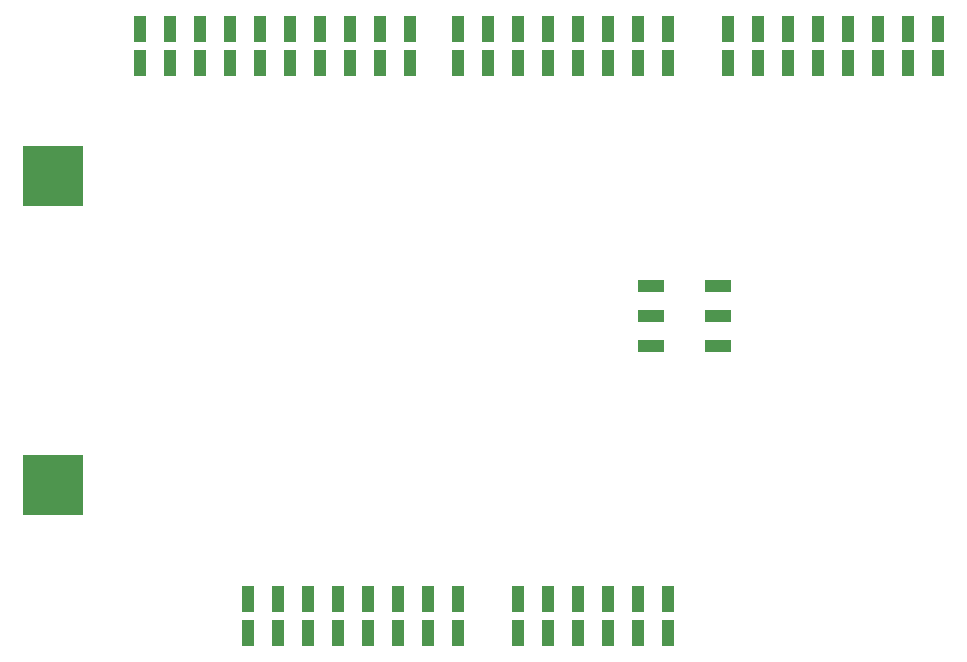
<source format=gbp>
G04 Layer_Color=128*
%FSLAX24Y24*%
%MOIN*%
G70*
G01*
G75*
%ADD49R,0.0402X0.0862*%
%ADD76R,0.2000X0.2000*%
%ADD77R,0.0874X0.0402*%
D49*
X16400Y10077D02*
D03*
X15400D02*
D03*
X13400D02*
D03*
X12400D02*
D03*
X14400D02*
D03*
X16400Y8923D02*
D03*
X15400D02*
D03*
X13400D02*
D03*
X12400D02*
D03*
X14400D02*
D03*
X11400Y10077D02*
D03*
X10400D02*
D03*
X8400D02*
D03*
X7400D02*
D03*
X9400D02*
D03*
X10400Y8923D02*
D03*
X9400D02*
D03*
X11400D02*
D03*
X7400D02*
D03*
X8400D02*
D03*
X25000Y-8923D02*
D03*
X24000D02*
D03*
X22000D02*
D03*
X23000D02*
D03*
X24000Y-10077D02*
D03*
X25000D02*
D03*
X22000D02*
D03*
X23000D02*
D03*
X21000Y-8923D02*
D03*
X20000D02*
D03*
X21000Y-10077D02*
D03*
X20000D02*
D03*
X19000Y10077D02*
D03*
Y8923D02*
D03*
X18000Y10077D02*
D03*
Y8923D02*
D03*
X24000Y10077D02*
D03*
Y8923D02*
D03*
X23000D02*
D03*
Y10077D02*
D03*
X22000Y8923D02*
D03*
Y10077D02*
D03*
X20000Y8923D02*
D03*
Y10077D02*
D03*
X21000Y8923D02*
D03*
Y10077D02*
D03*
X25000D02*
D03*
Y8923D02*
D03*
X17000Y-10077D02*
D03*
Y-8923D02*
D03*
X18000Y-10077D02*
D03*
Y-8923D02*
D03*
X12000Y-10077D02*
D03*
Y-8923D02*
D03*
X13000D02*
D03*
Y-10077D02*
D03*
X14000Y-8923D02*
D03*
Y-10077D02*
D03*
X16000Y-8923D02*
D03*
Y-10077D02*
D03*
X15000Y-8923D02*
D03*
Y-10077D02*
D03*
X11000D02*
D03*
Y-8923D02*
D03*
X28000Y10077D02*
D03*
Y8923D02*
D03*
X27000Y10077D02*
D03*
Y8923D02*
D03*
X33000Y10077D02*
D03*
Y8923D02*
D03*
X32000D02*
D03*
Y10077D02*
D03*
X31000Y8923D02*
D03*
Y10077D02*
D03*
X29000Y8923D02*
D03*
Y10077D02*
D03*
X30000Y8923D02*
D03*
Y10077D02*
D03*
X34000D02*
D03*
Y8923D02*
D03*
D76*
X4499Y5150D02*
D03*
Y-5150D02*
D03*
D77*
X26662Y1500D02*
D03*
Y500D02*
D03*
Y-500D02*
D03*
X24438Y1500D02*
D03*
Y500D02*
D03*
Y-500D02*
D03*
M02*

</source>
